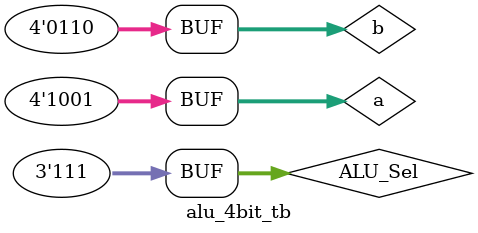
<source format=v>
module alu_4bit_tb;

  reg [3:0] a;
  reg [3:0] b;
  reg [2:0] ALU_Sel;
  wire [3:0] ALU_Result;
  wire Zero;
  wire Carry;
  wire Overflow;

  alu_4bit dut (
    .a(a),
    .b(b),
    .ALU_Sel(ALU_Sel),
    .ALU_Result(ALU_Result),
    .Zero(Zero),
    .Carry(Carry),
    .Overflow(Overflow)
  );

  initial begin
    $monitor("Time: %t, a: %b, b: %b, ALU_Sel: %b, ALU_Result: %b, Zero: %b, Carry: %b, Overflow: %b", $time, a, b, ALU_Sel, ALU_Result, Zero, Carry, Overflow);
    a = 4'b0001;
    b = 4'b0010;
    ALU_Sel = 3'b000;
    #10;
    a = 4'b1111;
    b = 4'b0001;
    ALU_Sel = 3'b001;
    #10;
    a = 4'b1010;
    b = 4'b0101;
    ALU_Sel = 3'b010;
    #10;
    a = 4'b0110;
    b = 4'b1001;
    ALU_Sel = 3'b011;
    #10;
    a = 4'b1001;
    b = 4'b0110;
    ALU_Sel = 3'b100;
    #10;
    a = 4'b1100;
    ALU_Sel = 3'b101;
    #10;
    a = 4'b0111;
    ALU_Sel = 3'b110;
    #10;
    a = 4'b1001;
    ALU_Sel = 3'b111;
    #10;
  end

endmodule
</source>
